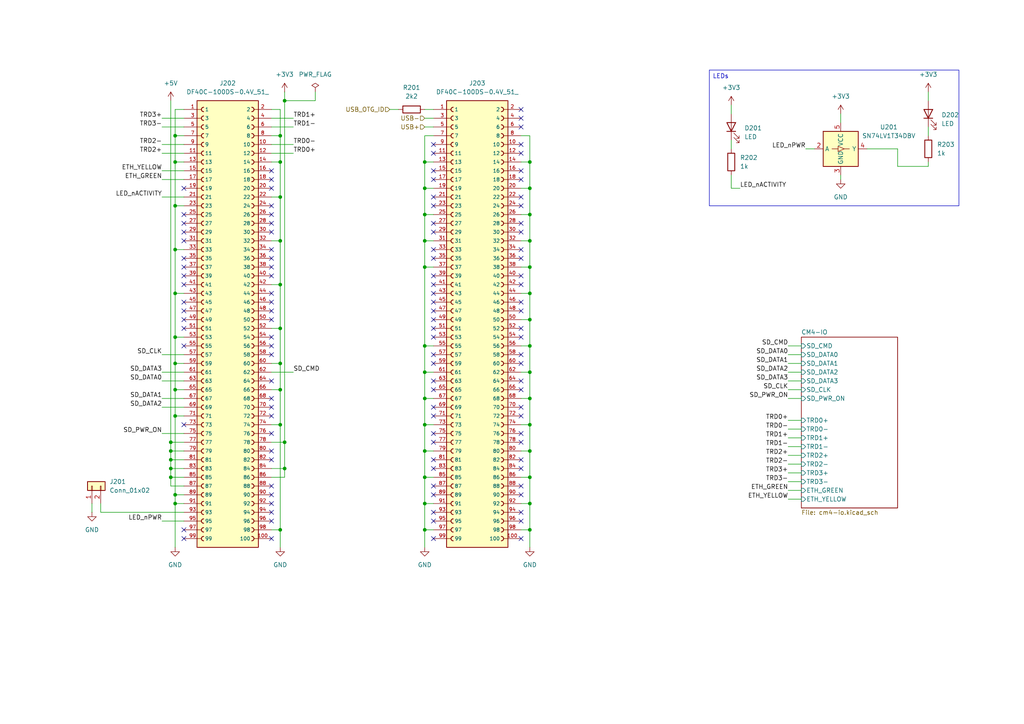
<source format=kicad_sch>
(kicad_sch (version 20231120) (generator "eeschema") (generator_version "8.0")
  (paper "A4")
  (title_block (title "CM4 Board") (rev "<<HASH>>") (company "Amateurfunkclub für Remote Stationen"))
  (lib_symbols
    (symbol "Connector_Generic:Conn_01x02" (pin_names (offset 1.016) hide)
      (property "Reference" "J" (at 0 2.54 0))
      (property "Value" "Conn_01x02" (at 0 -5.08 0))
      (symbol "Conn_01x02_1_1"
        (rectangle (start -1.27 -2.413) (end 0 -2.667) (stroke (width 0.1524)))
        (rectangle (start -1.27 0.127) (end 0 -0.127) (stroke (width 0.1524)))
        (rectangle (start -1.27 1.27) (end 1.27 -3.81) (stroke (width 0.254)) (fill (type background)))
        (pin passive line (at -5.08 0 0) (length 3.81) (name "Pin_1") (number "1"))
        (pin passive line (at -5.08 -2.54 0) (length 3.81) (name "Pin_2") (number "2"))
      )
    )
    (symbol "DF40C-100DS-0.4V_51_:DF40C-100DS-0.4V_51_" (pin_names (offset 1.016))
      (property "Reference" "J" (at -8.9083 63.6526 0))
      (property "Value" "DF40C-100DS-0.4V_51_" (at -8.9063 -68.7318 0))
      (symbol "DF40C-100DS-0.4V_51__0_0"
        (rectangle (start -8.89 -66.04) (end 8.89 63.5) (stroke (width 0.254)) (fill (type background)))
        (arc (start -6.985 -62.865) (mid -7.6172 -63.5) (end -6.985 -64.135) (stroke (width 0.254)))
        (arc (start -6.985 -60.325) (mid -7.6172 -60.96) (end -6.985 -61.595) (stroke (width 0.254)))
        (arc (start -6.985 -57.785) (mid -7.6172 -58.42) (end -6.985 -59.055) (stroke (width 0.254)))
        (arc (start -6.985 -55.245) (mid -7.6172 -55.88) (end -6.985 -56.515) (stroke (width 0.254)))
        (arc (start -6.985 -52.705) (mid -7.6172 -53.34) (end -6.985 -53.975) (stroke (width 0.254)))
        (arc (start -6.985 -50.165) (mid -7.6172 -50.8) (end -6.985 -51.435) (stroke (width 0.254)))
        (arc (start -6.985 -47.625) (mid -7.6172 -48.26) (end -6.985 -48.895) (stroke (width 0.254)))
        (arc (start -6.985 -45.085) (mid -7.6172 -45.72) (end -6.985 -46.355) (stroke (width 0.254)))
        (arc (start -6.985 -42.545) (mid -7.6172 -43.18) (end -6.985 -43.815) (stroke (width 0.254)))
        (arc (start -6.985 -40.005) (mid -7.6172 -40.64) (end -6.985 -41.275) (stroke (width 0.254)))
        (arc (start -6.985 -37.465) (mid -7.6172 -38.1) (end -6.985 -38.735) (stroke (width 0.254)))
        (arc (start -6.985 -34.925) (mid -7.6172 -35.56) (end -6.985 -36.195) (stroke (width 0.254)))
        (arc (start -6.985 -32.385) (mid -7.6172 -33.02) (end -6.985 -33.655) (stroke (width 0.254)))
        (arc (start -6.985 -29.845) (mid -7.6172 -30.48) (end -6.985 -31.115) (stroke (width 0.254)))
        (arc (start -6.985 -27.305) (mid -7.6172 -27.94) (end -6.985 -28.575) (stroke (width 0.254)))
        (arc (start -6.985 -24.765) (mid -7.6172 -25.4) (end -6.985 -26.035) (stroke (width 0.254)))
        (arc (start -6.985 -22.225) (mid -7.6172 -22.86) (end -6.985 -23.495) (stroke (width 0.254)))
        (arc (start -6.985 -19.685) (mid -7.6172 -20.32) (end -6.985 -20.955) (stroke (width 0.254)))
        (arc (start -6.985 -17.145) (mid -7.6172 -17.78) (end -6.985 -18.415) (stroke (width 0.254)))
        (arc (start -6.985 -14.605) (mid -7.6172 -15.24) (end -6.985 -15.875) (stroke (width 0.254)))
        (arc (start -6.985 -12.065) (mid -7.6172 -12.7) (end -6.985 -13.335) (stroke (width 0.254)))
        (arc (start -6.985 -9.525) (mid -7.6172 -10.16) (end -6.985 -10.795) (stroke (width 0.254)))
        (arc (start -6.985 -6.985) (mid -7.6172 -7.62) (end -6.985 -8.255) (stroke (width 0.254)))
        (arc (start -6.985 -4.445) (mid -7.6172 -5.08) (end -6.985 -5.715) (stroke (width 0.254)))
        (arc (start -6.985 -1.905) (mid -7.6172 -2.54) (end -6.985 -3.175) (stroke (width 0.254)))
        (arc (start -6.985 0.635) (mid -7.6172 0) (end -6.985 -0.635) (stroke (width 0.254)))
        (arc (start -6.985 3.175) (mid -7.6172 2.54) (end -6.985 1.905) (stroke (width 0.254)))
        (arc (start -6.985 5.715) (mid -7.6172 5.08) (end -6.985 4.445) (stroke (width 0.254)))
        (arc (start -6.985 8.255) (mid -7.6172 7.62) (end -6.985 6.985) (stroke (width 0.254)))
        (arc (start -6.985 10.795) (mid -7.6172 10.16) (end -6.985 9.525) (stroke (width 0.254)))
        (arc (start -6.985 13.335) (mid -7.6172 12.7) (end -6.985 12.065) (stroke (width 0.254)))
        (arc (start -6.985 15.875) (mid -7.6172 15.24) (end -6.985 14.605) (stroke (width 0.254)))
        (arc (start -6.985 18.415) (mid -7.6172 17.78) (end -6.985 17.145) (stroke (width 0.254)))
        (arc (start -6.985 20.955) (mid -7.6172 20.32) (end -6.985 19.685) (stroke (width 0.254)))
        (arc (start -6.985 23.495) (mid -7.6172 22.86) (end -6.985 22.225) (stroke (width 0.254)))
        (arc (start -6.985 26.035) (mid -7.6172 25.4) (end -6.985 24.765) (stroke (width 0.254)))
        (arc (start -6.985 28.575) (mid -7.6172 27.94) (end -6.985 27.305) (stroke (width 0.254)))
        (arc (start -6.985 31.115) (mid -7.6172 30.48) (end -6.985 29.845) (stroke (width 0.254)))
        (arc (start -6.985 33.655) (mid -7.6172 33.02) (end -6.985 32.385) (stroke (width 0.254)))
        (arc (start -6.985 36.195) (mid -7.6172 35.56) (end -6.985 34.925) (stroke (width 0.254)))
        (arc (start -6.985 38.735) (mid -7.6172 38.1) (end -6.985 37.465) (stroke (width 0.254)))
        (arc (start -6.985 41.275) (mid -7.6172 40.64) (end -6.985 40.005) (stroke (width 0.254)))
        (arc (start -6.985 43.815) (mid -7.6172 43.18) (end -6.985 42.545) (stroke (width 0.254)))
        (arc (start -6.985 46.355) (mid -7.6172 45.72) (end -6.985 45.085) (stroke (width 0.254)))
        (arc (start -6.985 48.895) (mid -7.6172 48.26) (end -6.985 47.625) (stroke (width 0.254)))
        (arc (start -6.985 51.435) (mid -7.6172 50.8) (end -6.985 50.165) (stroke (width 0.254)))
        (arc (start -6.985 53.975) (mid -7.6172 53.34) (end -6.985 52.705) (stroke (width 0.254)))
        (arc (start -6.985 56.515) (mid -7.6172 55.88) (end -6.985 55.245) (stroke (width 0.254)))
        (arc (start -6.985 59.055) (mid -7.6172 58.42) (end -6.985 57.785) (stroke (width 0.254)))
        (arc (start -6.985 61.595) (mid -7.6172 60.96) (end -6.985 60.325) (stroke (width 0.254)))
        (arc (start 6.985 -64.135) (mid 7.6172 -63.5) (end 6.985 -62.865) (stroke (width 0.254)))
        (arc (start 6.985 -61.595) (mid 7.6172 -60.96) (end 6.985 -60.325) (stroke (width 0.254)))
        (arc (start 6.985 -59.055) (mid 7.6172 -58.42) (end 6.985 -57.785) (stroke (width 0.254)))
        (arc (start 6.985 -56.515) (mid 7.6172 -55.88) (end 6.985 -55.245) (stroke (width 0.254)))
        (arc (start 6.985 -53.975) (mid 7.6172 -53.34) (end 6.985 -52.705) (stroke (width 0.254)))
        (arc (start 6.985 -51.435) (mid 7.6172 -50.8) (end 6.985 -50.165) (stroke (width 0.254)))
        (arc (start 6.985 -48.895) (mid 7.6172 -48.26) (end 6.985 -47.625) (stroke (width 0.254)))
        (arc (start 6.985 -46.355) (mid 7.6172 -45.72) (end 6.985 -45.085) (stroke (width 0.254)))
        (arc (start 6.985 -43.815) (mid 7.6172 -43.18) (end 6.985 -42.545) (stroke (width 0.254)))
        (arc (start 6.985 -41.275) (mid 7.6172 -40.64) (end 6.985 -40.005) (stroke (width 0.254)))
        (arc (start 6.985 -38.735) (mid 7.6172 -38.1) (end 6.985 -37.465) (stroke (width 0.254)))
        (arc (start 6.985 -36.195) (mid 7.6172 -35.56) (end 6.985 -34.925) (stroke (width 0.254)))
        (arc (start 6.985 -33.655) (mid 7.6172 -33.02) (end 6.985 -32.385) (stroke (width 0.254)))
        (arc (start 6.985 -31.115) (mid 7.6172 -30.48) (end 6.985 -29.845) (stroke (width 0.254)))
        (arc (start 6.985 -28.575) (mid 7.6172 -27.94) (end 6.985 -27.305) (stroke (width 0.254)))
        (arc (start 6.985 -26.035) (mid 7.6172 -25.4) (end 6.985 -24.765) (stroke (width 0.254)))
        (arc (start 6.985 -23.495) (mid 7.6172 -22.86) (end 6.985 -22.225) (stroke (width 0.254)))
        (arc (start 6.985 -20.955) (mid 7.6172 -20.32) (end 6.985 -19.685) (stroke (width 0.254)))
        (arc (start 6.985 -18.415) (mid 7.6172 -17.78) (end 6.985 -17.145) (stroke (width 0.254)))
        (arc (start 6.985 -15.875) (mid 7.6172 -15.24) (end 6.985 -14.605) (stroke (width 0.254)))
        (arc (start 6.985 -13.335) (mid 7.6172 -12.7) (end 6.985 -12.065) (stroke (width 0.254)))
        (arc (start 6.985 -10.795) (mid 7.6172 -10.16) (end 6.985 -9.525) (stroke (width 0.254)))
        (arc (start 6.985 -8.255) (mid 7.6172 -7.62) (end 6.985 -6.985) (stroke (width 0.254)))
        (arc (start 6.985 -5.715) (mid 7.6172 -5.08) (end 6.985 -4.445) (stroke (width 0.254)))
        (arc (start 6.985 -3.175) (mid 7.6172 -2.54) (end 6.985 -1.905) (stroke (width 0.254)))
        (arc (start 6.985 -0.635) (mid 7.6172 0) (end 6.985 0.635) (stroke (width 0.254)))
        (arc (start 6.985 1.905) (mid 7.6172 2.54) (end 6.985 3.175) (stroke (width 0.254)))
        (arc (start 6.985 4.445) (mid 7.6172 5.08) (end 6.985 5.715) (stroke (width 0.254)))
        (arc (start 6.985 6.985) (mid 7.6172 7.62) (end 6.985 8.255) (stroke (width 0.254)))
        (arc (start 6.985 9.525) (mid 7.6172 10.16) (end 6.985 10.795) (stroke (width 0.254)))
        (arc (start 6.985 12.065) (mid 7.6172 12.7) (end 6.985 13.335) (stroke (width 0.254)))
        (arc (start 6.985 14.605) (mid 7.6172 15.24) (end 6.985 15.875) (stroke (width 0.254)))
        (arc (start 6.985 17.145) (mid 7.6172 17.78) (end 6.985 18.415) (stroke (width 0.254)))
        (arc (start 6.985 19.685) (mid 7.6172 20.32) (end 6.985 20.955) (stroke (width 0.254)))
        (arc (start 6.985 22.225) (mid 7.6172 22.86) (end 6.985 23.495) (stroke (width 0.254)))
        (arc (start 6.985 24.765) (mid 7.6172 25.4) (end 6.985 26.035) (stroke (width 0.254)))
        (arc (start 6.985 27.305) (mid 7.6172 27.94) (end 6.985 28.575) (stroke (width 0.254)))
        (arc (start 6.985 29.845) (mid 7.6172 30.48) (end 6.985 31.115) (stroke (width 0.254)))
        (arc (start 6.985 32.385) (mid 7.6172 33.02) (end 6.985 33.655) (stroke (width 0.254)))
        (arc (start 6.985 34.925) (mid 7.6172 35.56) (end 6.985 36.195) (stroke (width 0.254)))
        (arc (start 6.985 37.465) (mid 7.6172 38.1) (end 6.985 38.735) (stroke (width 0.254)))
        (arc (start 6.985 40.005) (mid 7.6172 40.64) (end 6.985 41.275) (stroke (width 0.254)))
        (arc (start 6.985 42.545) (mid 7.6172 43.18) (end 6.985 43.815) (stroke (width 0.254)))
        (arc (start 6.985 45.085) (mid 7.6172 45.72) (end 6.985 46.355) (stroke (width 0.254)))
        (arc (start 6.985 47.625) (mid 7.6172 48.26) (end 6.985 48.895) (stroke (width 0.254)))
        (arc (start 6.985 50.165) (mid 7.6172 50.8) (end 6.985 51.435) (stroke (width 0.254)))
        (arc (start 6.985 52.705) (mid 7.6172 53.34) (end 6.985 53.975) (stroke (width 0.254)))
        (arc (start 6.985 55.245) (mid 7.6172 55.88) (end 6.985 56.515) (stroke (width 0.254)))
        (arc (start 6.985 57.785) (mid 7.6172 58.42) (end 6.985 59.055) (stroke (width 0.254)))
        (arc (start 6.985 60.325) (mid 7.6172 60.96) (end 6.985 61.595) (stroke (width 0.254)))
        (pin passive line (at -12.7 60.96 0) (length 5.08) (name "1") (number "1"))
        (pin passive line (at 12.7 50.8 180) (length 5.08) (name "10") (number "10"))
        (pin passive line (at 12.7 -63.5 180) (length 5.08) (name "100") (number "100"))
        (pin passive line (at -12.7 48.26 0) (length 5.08) (name "11") (number "11"))
        (pin passive line (at 12.7 48.26 180) (length 5.08) (name "12") (number "12"))
        (pin passive line (at -12.7 45.72 0) (length 5.08) (name "13") (number "13"))
        (pin passive line (at 12.7 45.72 180) (length 5.08) (name "14") (number "14"))
        (pin passive line (at -12.7 43.18 0) (length 5.08) (name "15") (number "15"))
        (pin passive line (at 12.7 43.18 180) (length 5.08) (name "16") (number "16"))
        (pin passive line (at -12.7 40.64 0) (length 5.08) (name "17") (number "17"))
        (pin passive line (at 12.7 40.64 180) (length 5.08) (name "18") (number "18"))
        (pin passive line (at -12.7 38.1 0) (length 5.08) (name "19") (number "19"))
        (pin passive line (at 12.7 60.96 180) (length 5.08) (name "2") (number "2"))
        (pin passive line (at 12.7 38.1 180) (length 5.08) (name "20") (number "20"))
        (pin passive line (at -12.7 35.56 0) (length 5.08) (name "21") (number "21"))
        (pin passive line (at 12.7 35.56 180) (length 5.08) (name "22") (number "22"))
        (pin passive line (at -12.7 33.02 0) (length 5.08) (name "23") (number "23"))
        (pin passive line (at 12.7 33.02 180) (length 5.08) (name "24") (number "24"))
        (pin passive line (at -12.7 30.48 0) (length 5.08) (name "25") (number "25"))
        (pin passive line (at 12.7 30.48 180) (length 5.08) (name "26") (number "26"))
        (pin passive line (at -12.7 27.94 0) (length 5.08) (name "27") (number "27"))
        (pin passive line (at 12.7 27.94 180) (length 5.08) (name "28") (number "28"))
        (pin passive line (at -12.7 25.4 0) (length 5.08) (name "29") (number "29"))
        (pin passive line (at -12.7 58.42 0) (length 5.08) (name "3") (number "3"))
        (pin passive line (at 12.7 25.4 180) (length 5.08) (name "30") (number "30"))
        (pin passive line (at -12.7 22.86 0) (length 5.08) (name "31") (number "31"))
        (pin passive line (at 12.7 22.86 180) (length 5.08) (name "32") (number "32"))
        (pin passive line (at -12.7 20.32 0) (length 5.08) (name "33") (number "33"))
        (pin passive line (at 12.7 20.32 180) (length 5.08) (name "34") (number "34"))
        (pin passive line (at -12.7 17.78 0) (length 5.08) (name "35") (number "35"))
        (pin passive line (at 12.7 17.78 180) (length 5.08) (name "36") (number "36"))
        (pin passive line (at -12.7 15.24 0) (length 5.08) (name "37") (number "37"))
        (pin passive line (at 12.7 15.24 180) (length 5.08) (name "38") (number "38"))
        (pin passive line (at -12.7 12.7 0) (length 5.08) (name "39") (number "39"))
        (pin passive line (at 12.7 58.42 180) (length 5.08) (name "4") (number "4"))
        (pin passive line (at 12.7 12.7 180) (length 5.08) (name "40") (number "40"))
        (pin passive line (at -12.7 10.16 0) (length 5.08) (name "41") (number "41"))
        (pin passive line (at 12.7 10.16 180) (length 5.08) (name "42") (number "42"))
        (pin passive line (at -12.7 7.62 0) (length 5.08) (name "43") (number "43"))
        (pin passive line (at 12.7 7.62 180) (length 5.08) (name "44") (number "44"))
        (pin passive line (at -12.7 5.08 0) (length 5.08) (name "45") (number "45"))
        (pin passive line (at 12.7 5.08 180) (length 5.08) (name "46") (number "46"))
        (pin passive line (at -12.7 2.54 0) (length 5.08) (name "47") (number "47"))
        (pin passive line (at 12.7 2.54 180) (length 5.08) (name "48") (number "48"))
        (pin passive line (at -12.7 0 0) (length 5.08) (name "49") (number "49"))
        (pin passive line (at -12.7 55.88 0) (length 5.08) (name "5") (number "5"))
        (pin passive line (at 12.7 0 180) (length 5.08) (name "50") (number "50"))
        (pin passive line (at -12.7 -2.54 0) (length 5.08) (name "51") (number "51"))
        (pin passive line (at 12.7 -2.54 180) (length 5.08) (name "52") (number "52"))
        (pin passive line (at -12.7 -5.08 0) (length 5.08) (name "53") (number "53"))
        (pin passive line (at 12.7 -5.08 180) (length 5.08) (name "54") (number "54"))
        (pin passive line (at -12.7 -7.62 0) (length 5.08) (name "55") (number "55"))
        (pin passive line (at 12.7 -7.62 180) (length 5.08) (name "56") (number "56"))
        (pin passive line (at -12.7 -10.16 0) (length 5.08) (name "57") (number "57"))
        (pin passive line (at 12.7 -10.16 180) (length 5.08) (name "58") (number "58"))
        (pin passive line (at -12.7 -12.7 0) (length 5.08) (name "59") (number "59"))
        (pin passive line (at 12.7 55.88 180) (length 5.08) (name "6") (number "6"))
        (pin passive line (at 12.7 -12.7 180) (length 5.08) (name "60") (number "60"))
        (pin passive line (at -12.7 -15.24 0) (length 5.08) (name "61") (number "61"))
        (pin passive line (at 12.7 -15.24 180) (length 5.08) (name "62") (number "62"))
        (pin passive line (at -12.7 -17.78 0) (length 5.08) (name "63") (number "63"))
        (pin passive line (at 12.7 -17.78 180) (length 5.08) (name "64") (number "64"))
        (pin passive line (at -12.7 -20.32 0) (length 5.08) (name "65") (number "65"))
        (pin passive line (at 12.7 -20.32 180) (length 5.08) (name "66") (number "66"))
        (pin passive line (at -12.7 -22.86 0) (length 5.08) (name "67") (number "67"))
        (pin passive line (at 12.7 -22.86 180) (length 5.08) (name "68") (number "68"))
        (pin passive line (at -12.7 -25.4 0) (length 5.08) (name "69") (number "69"))
        (pin passive line (at -12.7 53.34 0) (length 5.08) (name "7") (number "7"))
        (pin passive line (at 12.7 -25.4 180) (length 5.08) (name "70") (number "70"))
        (pin passive line (at -12.7 -27.94 0) (length 5.08) (name "71") (number "71"))
        (pin passive line (at 12.7 -27.94 180) (length 5.08) (name "72") (number "72"))
        (pin passive line (at -12.7 -30.48 0) (length 5.08) (name "73") (number "73"))
        (pin passive line (at 12.7 -30.48 180) (length 5.08) (name "74") (number "74"))
        (pin passive line (at -12.7 -33.02 0) (length 5.08) (name "75") (number "75"))
        (pin passive line (at 12.7 -33.02 180) (length 5.08) (name "76") (number "76"))
        (pin passive line (at -12.7 -35.56 0) (length 5.08) (name "77") (number "77"))
        (pin passive line (at 12.7 -35.56 180) (length 5.08) (name "78") (number "78"))
        (pin passive line (at -12.7 -38.1 0) (length 5.08) (name "79") (number "79"))
        (pin passive line (at 12.7 53.34 180) (length 5.08) (name "8") (number "8"))
        (pin passive line (at 12.7 -38.1 180) (length 5.08) (name "80") (number "80"))
        (pin passive line (at -12.7 -40.64 0) (length 5.08) (name "81") (number "81"))
        (pin passive line (at 12.7 -40.64 180) (length 5.08) (name "82") (number "82"))
        (pin passive line (at -12.7 -43.18 0) (length 5.08) (name "83") (number "83"))
        (pin passive line (at 12.7 -43.18 180) (length 5.08) (name "84") (number "84"))
        (pin passive line (at -12.7 -45.72 0) (length 5.08) (name "85") (number "85"))
        (pin passive line (at 12.7 -45.72 180) (length 5.08) (name "86") (number "86"))
        (pin passive line (at -12.7 -48.26 0) (length 5.08) (name "87") (number "87"))
        (pin passive line (at 12.7 -48.26 180) (length 5.08) (name "88") (number "88"))
        (pin passive line (at -12.7 -50.8 0) (length 5.08) (name "89") (number "89"))
        (pin passive line (at -12.7 50.8 0) (length 5.08) (name "9") (number "9"))
        (pin passive line (at 12.7 -50.8 180) (length 5.08) (name "90") (number "90"))
        (pin passive line (at -12.7 -53.34 0) (length 5.08) (name "91") (number "91"))
        (pin passive line (at 12.7 -53.34 180) (length 5.08) (name "92") (number "92"))
        (pin passive line (at -12.7 -55.88 0) (length 5.08) (name "93") (number "93"))
        (pin passive line (at 12.7 -55.88 180) (length 5.08) (name "94") (number "94"))
        (pin passive line (at -12.7 -58.42 0) (length 5.08) (name "95") (number "95"))
        (pin passive line (at 12.7 -58.42 180) (length 5.08) (name "96") (number "96"))
        (pin passive line (at -12.7 -60.96 0) (length 5.08) (name "97") (number "97"))
        (pin passive line (at 12.7 -60.96 180) (length 5.08) (name "98") (number "98"))
        (pin passive line (at -12.7 -63.5 0) (length 5.08) (name "99") (number "99"))
      )
    )
    (symbol "Device:LED" (pin_numbers hide) (pin_names (offset 1.016) hide)
      (property "Reference" "D" (at 0 2.54 0))
      (property "Value" "LED" (at 0 -2.54 0))
      (symbol "LED_0_1"
        (polyline (pts (xy -1.27 -1.27) (xy -1.27 1.27)) (stroke (width 0.254)))
        (polyline (pts (xy -1.27 0) (xy 1.27 0)))
        (polyline (pts (xy 1.27 -1.27) (xy 1.27 1.27) (xy -1.27 0) (xy 1.27 -1.27)) (stroke (width 0.254)))
        (polyline (pts (xy -3.048 -0.762) (xy -4.572 -2.286) (xy -3.81 -2.286) (xy -4.572 -2.286) (xy -4.572 -1.524)))
        (polyline (pts (xy -1.778 -0.762) (xy -3.302 -2.286) (xy -2.54 -2.286) (xy -3.302 -2.286) (xy -3.302 -1.524)))
      )
      (symbol "LED_1_1"
        (pin passive line (at -3.81 0 0) (length 2.54) (name "K") (number "1"))
        (pin passive line (at 3.81 0 180) (length 2.54) (name "A") (number "2"))
      )
    )
    (symbol "Device:R" (pin_numbers hide) (pin_names (offset 0))
      (property "Reference" "R" (at 2.032 0 90))
      (property "Value" "R" (at 0 0 90))
      (symbol "R_0_1"
        (rectangle (start -1.016 -2.54) (end 1.016 2.54) (stroke (width 0.254)))
      )
      (symbol "R_1_1"
        (pin passive line (at 0 3.81 270) (length 1.27) (name "~") (number "1"))
        (pin passive line (at 0 -3.81 90) (length 1.27) (name "~") (number "2"))
      )
    )
    (symbol "Logic_LevelTranslator:SN74LV1T34DBV"
      (property "Reference" "U" (at 5.08 6.35 0))
      (property "Value" "SN74LV1T34DBV" (at 5.08 3.81 0))
      (symbol "SN74LV1T34DBV_0_1"
        (rectangle (start -5.08 5.08) (end 5.08 -5.08) (stroke (width 0.254)) (fill (type background)))
        (polyline (pts (xy -0.762 0) (xy -2.54 0)))
        (polyline (pts (xy 1.016 0) (xy 2.54 0)))
      )
      (symbol "SN74LV1T34DBV_1_1"
        (polyline (pts (xy -0.762 -0.762) (xy -0.762 0.762) (xy 1.016 0) (xy -0.762 -0.762)))
        (pin no_connect line (at -5.08 2.54 0) (length 2.54) hide (name "NC") (number "1"))
        (pin input line (at -7.62 0 0) (length 2.54) (name "A") (number "2"))
        (pin power_in line (at 0 -7.62 90) (length 2.54) (name "GND") (number "3"))
        (pin output line (at 7.62 0 180) (length 2.54) (name "Y") (number "4"))
        (pin power_in line (at 0 7.62 270) (length 2.54) (name "VCC") (number "5"))
      )
    )
    (symbol "power:+3V3" (power) (pin_numbers hide) (pin_names (offset 0) hide)
      (property "Value" "+3V3" (at 0 3.556 0))
      (symbol "+3V3_0_1"
        (polyline (pts (xy -0.762 1.27) (xy 0 2.54)))
        (polyline (pts (xy 0 0) (xy 0 2.54)))
        (polyline (pts (xy 0 2.54) (xy 0.762 1.27)))
      )
      (symbol "+3V3_1_1"
        (pin power_in line (at 0 0 90) (length 0) (name "~") (number "1"))
      )
    )
    (symbol "power:+5V" (power) (pin_numbers hide) (pin_names (offset 0) hide)
      (property "Value" "+5V" (at 0 3.556 0))
      (symbol "+5V_0_1"
        (polyline (pts (xy -0.762 1.27) (xy 0 2.54)))
        (polyline (pts (xy 0 0) (xy 0 2.54)))
        (polyline (pts (xy 0 2.54) (xy 0.762 1.27)))
      )
      (symbol "+5V_1_1"
        (pin power_in line (at 0 0 90) (length 0) (name "~") (number "1"))
      )
    )
    (symbol "power:GND" (power) (pin_numbers hide) (pin_names (offset 0) hide)
      (property "Value" "GND" (at 0 -3.81 0))
      (symbol "GND_0_1"
        (polyline (pts (xy 0 0) (xy 0 -1.27) (xy 1.27 -1.27) (xy 0 -2.54) (xy -1.27 -1.27) (xy 0 -1.27)))
      )
      (symbol "GND_1_1"
        (pin power_in line (at 0 0 270) (length 0) (name "~") (number "1"))
      )
    )
    (symbol "power:PWR_FLAG" (power) (pin_numbers hide) (pin_names (offset 0) hide)
      (property "Value" "PWR_FLAG" (at 0 3.81 0))
      (symbol "PWR_FLAG_0_0"
        (pin power_out line (at 0 0 90) (length 0) (name "~") (number "1"))
      )
      (symbol "PWR_FLAG_0_1"
        (polyline (pts (xy 0 0) (xy 0 1.27) (xy -1.016 1.905) (xy 0 2.54) (xy 1.016 1.905) (xy 0 1.27)))
      )
    )
  )
  (junction (at 153.67 100.33))
  (junction (at 123.19 130.81))
  (junction (at 82.55 128.27))
  (junction (at 153.67 92.71))
  (junction (at 49.53 128.27))
  (junction (at 50.8 105.41))
  (junction (at 123.19 100.33))
  (junction (at 81.28 46.99))
  (junction (at 153.67 85.09))
  (junction (at 49.53 130.81))
  (junction (at 50.8 59.69))
  (junction (at 49.53 135.89))
  (junction (at 50.8 85.09))
  (junction (at 50.8 46.99))
  (junction (at 153.67 77.47))
  (junction (at 153.67 62.23))
  (junction (at 82.55 135.89))
  (junction (at 153.67 69.85))
  (junction (at 81.28 57.15))
  (junction (at 153.67 153.67))
  (junction (at 123.19 69.85))
  (junction (at 81.28 113.03))
  (junction (at 81.28 39.37))
  (junction (at 50.8 120.65))
  (junction (at 123.19 54.61))
  (junction (at 123.19 46.99))
  (junction (at 81.28 123.19))
  (junction (at 82.55 29.21))
  (junction (at 81.28 153.67))
  (junction (at 153.67 46.99))
  (junction (at 50.8 97.79))
  (junction (at 49.53 133.35))
  (junction (at 81.28 105.41))
  (junction (at 153.67 130.81))
  (junction (at 123.19 123.19))
  (junction (at 153.67 115.57))
  (junction (at 81.28 82.55))
  (junction (at 50.8 146.05))
  (junction (at 50.8 113.03))
  (junction (at 123.19 115.57))
  (junction (at 123.19 146.05))
  (junction (at 50.8 72.39))
  (junction (at 81.28 95.25))
  (junction (at 123.19 62.23))
  (junction (at 81.28 69.85))
  (junction (at 123.19 77.47))
  (junction (at 153.67 146.05))
  (junction (at 123.19 107.95))
  (junction (at 153.67 123.19))
  (junction (at 50.8 39.37))
  (junction (at 123.19 153.67))
  (junction (at 153.67 107.95))
  (junction (at 153.67 138.43))
  (junction (at 49.53 138.43))
  (junction (at 153.67 54.61))
  (junction (at 123.19 138.43))
  (junction (at 50.8 143.51))
  (no_connect (at 125.73 87.63))
  (no_connect (at 151.13 80.01))
  (no_connect (at 78.74 74.93))
  (no_connect (at 151.13 105.41))
  (no_connect (at 53.34 77.47))
  (no_connect (at 151.13 113.03))
  (no_connect (at 78.74 67.31))
  (no_connect (at 53.34 153.67))
  (no_connect (at 78.74 85.09))
  (no_connect (at 53.34 156.21))
  (no_connect (at 53.34 90.17))
  (no_connect (at 53.34 82.55))
  (no_connect (at 125.73 41.91))
  (no_connect (at 53.34 92.71))
  (no_connect (at 78.74 52.07))
  (no_connect (at 125.73 113.03))
  (no_connect (at 78.74 125.73))
  (no_connect (at 151.13 31.75))
  (no_connect (at 125.73 57.15))
  (no_connect (at 125.73 64.77))
  (no_connect (at 125.73 52.07))
  (no_connect (at 78.74 143.51))
  (no_connect (at 151.13 64.77))
  (no_connect (at 78.74 62.23))
  (no_connect (at 53.34 95.25))
  (no_connect (at 78.74 120.65))
  (no_connect (at 151.13 128.27))
  (no_connect (at 78.74 90.17))
  (no_connect (at 53.34 123.19))
  (no_connect (at 78.74 146.05))
  (no_connect (at 151.13 59.69))
  (no_connect (at 78.74 102.87))
  (no_connect (at 151.13 143.51))
  (no_connect (at 125.73 118.11))
  (no_connect (at 78.74 156.21))
  (no_connect (at 151.13 74.93))
  (no_connect (at 78.74 133.35))
  (no_connect (at 151.13 148.59))
  (no_connect (at 78.74 130.81))
  (no_connect (at 125.73 133.35))
  (no_connect (at 151.13 90.17))
  (no_connect (at 125.73 90.17))
  (no_connect (at 78.74 72.39))
  (no_connect (at 125.73 105.41))
  (no_connect (at 151.13 102.87))
  (no_connect (at 125.73 85.09))
  (no_connect (at 125.73 102.87))
  (no_connect (at 151.13 87.63))
  (no_connect (at 78.74 49.53))
  (no_connect (at 78.74 118.11))
  (no_connect (at 125.73 95.25))
  (no_connect (at 125.73 156.21))
  (no_connect (at 151.13 49.53))
  (no_connect (at 125.73 80.01))
  (no_connect (at 151.13 120.65))
  (no_connect (at 125.73 72.39))
  (no_connect (at 151.13 82.55))
  (no_connect (at 78.74 148.59))
  (no_connect (at 78.74 64.77))
  (no_connect (at 78.74 87.63))
  (no_connect (at 125.73 92.71))
  (no_connect (at 78.74 97.79))
  (no_connect (at 125.73 128.27))
  (no_connect (at 125.73 148.59))
  (no_connect (at 125.73 44.45))
  (no_connect (at 151.13 57.15))
  (no_connect (at 151.13 151.13))
  (no_connect (at 125.73 97.79))
  (no_connect (at 151.13 118.11))
  (no_connect (at 78.74 115.57))
  (no_connect (at 125.73 74.93))
  (no_connect (at 53.34 62.23))
  (no_connect (at 53.34 80.01))
  (no_connect (at 125.73 125.73))
  (no_connect (at 53.34 87.63))
  (no_connect (at 125.73 151.13))
  (no_connect (at 78.74 59.69))
  (no_connect (at 125.73 140.97))
  (no_connect (at 151.13 133.35))
  (no_connect (at 53.34 100.33))
  (no_connect (at 53.34 67.31))
  (no_connect (at 125.73 67.31))
  (no_connect (at 151.13 135.89))
  (no_connect (at 125.73 49.53))
  (no_connect (at 125.73 59.69))
  (no_connect (at 125.73 143.51))
  (no_connect (at 125.73 82.55))
  (no_connect (at 53.34 64.77))
  (no_connect (at 151.13 44.45))
  (no_connect (at 151.13 41.91))
  (no_connect (at 151.13 140.97))
  (no_connect (at 78.74 140.97))
  (no_connect (at 151.13 110.49))
  (no_connect (at 151.13 34.29))
  (no_connect (at 151.13 67.31))
  (no_connect (at 78.74 100.33))
  (no_connect (at 151.13 156.21))
  (no_connect (at 78.74 92.71))
  (no_connect (at 78.74 77.47))
  (no_connect (at 151.13 52.07))
  (no_connect (at 78.74 151.13))
  (no_connect (at 125.73 135.89))
  (no_connect (at 53.34 74.93))
  (no_connect (at 125.73 110.49))
  (no_connect (at 53.34 69.85))
  (no_connect (at 78.74 54.61))
  (no_connect (at 151.13 95.25))
  (no_connect (at 125.73 120.65))
  (no_connect (at 151.13 97.79))
  (no_connect (at 151.13 72.39))
  (no_connect (at 78.74 80.01))
  (no_connect (at 151.13 125.73))
  (no_connect (at 53.34 54.61))
  (no_connect (at 78.74 110.49))
  (no_connect (at 151.13 36.83))
  (wire (pts (xy 78.74 34.29) (xy 85.09 34.29)))
  (wire (pts (xy 151.13 77.47) (xy 153.67 77.47)))
  (wire (pts (xy 153.67 77.47) (xy 153.67 85.09)))
  (wire (pts (xy 81.28 57.15) (xy 81.28 69.85)))
  (wire (pts (xy 153.67 153.67) (xy 153.67 158.75)))
  (wire (pts (xy 81.28 46.99) (xy 81.28 57.15)))
  (wire (pts (xy 78.74 44.45) (xy 85.09 44.45)))
  (wire (pts (xy 153.67 130.81) (xy 153.67 138.43)))
  (wire (pts (xy 243.84 50.8) (xy 243.84 52.07)))
  (wire (pts (xy 50.8 46.99) (xy 50.8 59.69)))
  (wire (pts (xy 153.67 146.05) (xy 153.67 153.67)))
  (wire (pts (xy 113.03 31.75) (xy 115.57 31.75)))
  (wire (pts (xy 46.99 151.13) (xy 53.34 151.13)))
  (wire (pts (xy 151.13 146.05) (xy 153.67 146.05)))
  (wire (pts (xy 123.19 54.61) (xy 125.73 54.61)))
  (wire (pts (xy 49.53 130.81) (xy 49.53 133.35)))
  (wire (pts (xy 123.19 107.95) (xy 125.73 107.95)))
  (wire (pts (xy 81.28 39.37) (xy 81.28 46.99)))
  (wire (pts (xy 50.8 59.69) (xy 50.8 72.39)))
  (wire (pts (xy 212.09 54.61) (xy 212.09 50.8)))
  (wire (pts (xy 50.8 120.65) (xy 50.8 143.51)))
  (wire (pts (xy 151.13 46.99) (xy 153.67 46.99)))
  (wire (pts (xy 81.28 153.67) (xy 81.28 158.75)))
  (wire (pts (xy 49.53 133.35) (xy 53.34 133.35)))
  (wire (pts (xy 78.74 105.41) (xy 81.28 105.41)))
  (wire (pts (xy 82.55 138.43) (xy 82.55 135.89)))
  (wire (pts (xy 78.74 82.55) (xy 81.28 82.55)))
  (wire (pts (xy 228.6 134.62) (xy 232.41 134.62)))
  (wire (pts (xy 123.19 39.37) (xy 125.73 39.37)))
  (wire (pts (xy 78.74 107.95) (xy 85.09 107.95)))
  (wire (pts (xy 50.8 72.39) (xy 50.8 85.09)))
  (wire (pts (xy 123.19 31.75) (xy 125.73 31.75)))
  (wire (pts (xy 151.13 115.57) (xy 153.67 115.57)))
  (wire (pts (xy 78.74 95.25) (xy 81.28 95.25)))
  (wire (pts (xy 50.8 85.09) (xy 53.34 85.09)))
  (wire (pts (xy 81.28 113.03) (xy 81.28 123.19)))
  (wire (pts (xy 123.19 36.83) (xy 125.73 36.83)))
  (wire (pts (xy 78.74 46.99) (xy 81.28 46.99)))
  (wire (pts (xy 50.8 97.79) (xy 50.8 105.41)))
  (wire (pts (xy 46.99 49.53) (xy 53.34 49.53)))
  (wire (pts (xy 81.28 123.19) (xy 81.28 153.67)))
  (wire (pts (xy 49.53 128.27) (xy 49.53 130.81)))
  (wire (pts (xy 123.19 123.19) (xy 123.19 130.81)))
  (wire (pts (xy 214.63 54.61) (xy 212.09 54.61)))
  (wire (pts (xy 91.44 26.67) (xy 91.44 29.21)))
  (wire (pts (xy 123.19 153.67) (xy 123.19 158.75)))
  (wire (pts (xy 78.74 128.27) (xy 82.55 128.27)))
  (wire (pts (xy 123.19 54.61) (xy 123.19 62.23)))
  (wire (pts (xy 269.24 26.67) (xy 269.24 29.21)))
  (wire (pts (xy 123.19 46.99) (xy 123.19 54.61)))
  (wire (pts (xy 123.19 146.05) (xy 125.73 146.05)))
  (wire (pts (xy 50.8 120.65) (xy 53.34 120.65)))
  (wire (pts (xy 260.35 48.26) (xy 269.24 48.26)))
  (wire (pts (xy 123.19 77.47) (xy 123.19 100.33)))
  (wire (pts (xy 228.6 129.54) (xy 232.41 129.54)))
  (wire (pts (xy 46.99 52.07) (xy 53.34 52.07)))
  (wire (pts (xy 123.19 69.85) (xy 125.73 69.85)))
  (wire (pts (xy 228.6 102.87) (xy 232.41 102.87)))
  (wire (pts (xy 91.44 29.21) (xy 82.55 29.21)))
  (wire (pts (xy 78.74 135.89) (xy 82.55 135.89)))
  (wire (pts (xy 123.19 34.29) (xy 125.73 34.29)))
  (wire (pts (xy 82.55 135.89) (xy 82.55 128.27)))
  (wire (pts (xy 151.13 69.85) (xy 153.67 69.85)))
  (wire (pts (xy 50.8 39.37) (xy 50.8 46.99)))
  (wire (pts (xy 49.53 128.27) (xy 53.34 128.27)))
  (wire (pts (xy 123.19 130.81) (xy 125.73 130.81)))
  (wire (pts (xy 49.53 133.35) (xy 49.53 135.89)))
  (wire (pts (xy 228.6 113.03) (xy 232.41 113.03)))
  (wire (pts (xy 153.67 123.19) (xy 153.67 130.81)))
  (wire (pts (xy 50.8 72.39) (xy 53.34 72.39)))
  (wire (pts (xy 151.13 100.33) (xy 153.67 100.33)))
  (wire (pts (xy 78.74 41.91) (xy 85.09 41.91)))
  (wire (pts (xy 46.99 57.15) (xy 53.34 57.15)))
  (wire (pts (xy 123.19 100.33) (xy 123.19 107.95)))
  (wire (pts (xy 123.19 146.05) (xy 123.19 153.67)))
  (wire (pts (xy 81.28 95.25) (xy 81.28 105.41)))
  (wire (pts (xy 153.67 92.71) (xy 153.67 100.33)))
  (wire (pts (xy 50.8 39.37) (xy 53.34 39.37)))
  (wire (pts (xy 123.19 39.37) (xy 123.19 46.99)))
  (wire (pts (xy 53.34 140.97) (xy 49.53 140.97)))
  (wire (pts (xy 228.6 121.92) (xy 232.41 121.92)))
  (wire (pts (xy 151.13 138.43) (xy 153.67 138.43)))
  (wire (pts (xy 228.6 137.16) (xy 232.41 137.16)))
  (wire (pts (xy 153.67 115.57) (xy 153.67 123.19)))
  (wire (pts (xy 50.8 113.03) (xy 53.34 113.03)))
  (wire (pts (xy 153.67 107.95) (xy 153.67 115.57)))
  (wire (pts (xy 50.8 105.41) (xy 50.8 113.03)))
  (wire (pts (xy 50.8 143.51) (xy 50.8 146.05)))
  (wire (pts (xy 123.19 62.23) (xy 125.73 62.23)))
  (wire (pts (xy 228.6 115.57) (xy 232.41 115.57)))
  (wire (pts (xy 151.13 107.95) (xy 153.67 107.95)))
  (wire (pts (xy 228.6 139.7) (xy 232.41 139.7)))
  (wire (pts (xy 78.74 31.75) (xy 81.28 31.75)))
  (wire (pts (xy 82.55 128.27) (xy 82.55 29.21)))
  (wire (pts (xy 46.99 125.73) (xy 53.34 125.73)))
  (wire (pts (xy 46.99 102.87) (xy 53.34 102.87)))
  (wire (pts (xy 49.53 138.43) (xy 49.53 140.97)))
  (wire (pts (xy 53.34 31.75) (xy 50.8 31.75)))
  (wire (pts (xy 228.6 107.95) (xy 232.41 107.95)))
  (wire (pts (xy 151.13 54.61) (xy 153.67 54.61)))
  (wire (pts (xy 81.28 31.75) (xy 81.28 39.37)))
  (wire (pts (xy 151.13 85.09) (xy 153.67 85.09)))
  (wire (pts (xy 49.53 130.81) (xy 53.34 130.81)))
  (wire (pts (xy 50.8 59.69) (xy 53.34 59.69)))
  (wire (pts (xy 123.19 138.43) (xy 125.73 138.43)))
  (wire (pts (xy 123.19 77.47) (xy 125.73 77.47)))
  (wire (pts (xy 123.19 46.99) (xy 125.73 46.99)))
  (wire (pts (xy 50.8 97.79) (xy 53.34 97.79)))
  (wire (pts (xy 82.55 26.67) (xy 82.55 29.21)))
  (wire (pts (xy 123.19 138.43) (xy 123.19 146.05)))
  (wire (pts (xy 53.34 148.59) (xy 29.21 148.59)))
  (wire (pts (xy 123.19 123.19) (xy 125.73 123.19)))
  (wire (pts (xy 153.67 62.23) (xy 153.67 69.85)))
  (wire (pts (xy 151.13 39.37) (xy 153.67 39.37)))
  (wire (pts (xy 243.84 33.02) (xy 243.84 35.56)))
  (wire (pts (xy 123.19 69.85) (xy 123.19 77.47)))
  (wire (pts (xy 78.74 39.37) (xy 81.28 39.37)))
  (wire (pts (xy 50.8 113.03) (xy 50.8 120.65)))
  (wire (pts (xy 29.21 146.05) (xy 29.21 148.59)))
  (wire (pts (xy 46.99 36.83) (xy 53.34 36.83)))
  (wire (pts (xy 50.8 105.41) (xy 53.34 105.41)))
  (wire (pts (xy 233.68 43.18) (xy 236.22 43.18)))
  (wire (pts (xy 78.74 138.43) (xy 82.55 138.43)))
  (wire (pts (xy 153.67 39.37) (xy 153.67 46.99)))
  (wire (pts (xy 260.35 43.18) (xy 260.35 48.26)))
  (wire (pts (xy 123.19 100.33) (xy 125.73 100.33)))
  (wire (pts (xy 228.6 127) (xy 232.41 127)))
  (wire (pts (xy 123.19 62.23) (xy 123.19 69.85)))
  (wire (pts (xy 228.6 132.08) (xy 232.41 132.08)))
  (wire (pts (xy 49.53 135.89) (xy 49.53 138.43)))
  (wire (pts (xy 46.99 34.29) (xy 53.34 34.29)))
  (wire (pts (xy 26.67 146.05) (xy 26.67 148.59)))
  (wire (pts (xy 78.74 123.19) (xy 81.28 123.19)))
  (wire (pts (xy 123.19 130.81) (xy 123.19 138.43)))
  (wire (pts (xy 153.67 85.09) (xy 153.67 92.71)))
  (wire (pts (xy 50.8 143.51) (xy 53.34 143.51)))
  (wire (pts (xy 123.19 115.57) (xy 123.19 123.19)))
  (wire (pts (xy 153.67 69.85) (xy 153.67 77.47)))
  (wire (pts (xy 46.99 44.45) (xy 53.34 44.45)))
  (wire (pts (xy 228.6 124.46) (xy 232.41 124.46)))
  (wire (pts (xy 228.6 110.49) (xy 232.41 110.49)))
  (wire (pts (xy 46.99 110.49) (xy 53.34 110.49)))
  (wire (pts (xy 151.13 62.23) (xy 153.67 62.23)))
  (wire (pts (xy 46.99 41.91) (xy 53.34 41.91)))
  (wire (pts (xy 228.6 105.41) (xy 232.41 105.41)))
  (wire (pts (xy 81.28 69.85) (xy 81.28 82.55)))
  (wire (pts (xy 50.8 146.05) (xy 50.8 158.75)))
  (wire (pts (xy 212.09 40.64) (xy 212.09 43.18)))
  (wire (pts (xy 50.8 46.99) (xy 53.34 46.99)))
  (wire (pts (xy 81.28 105.41) (xy 81.28 113.03)))
  (wire (pts (xy 151.13 153.67) (xy 153.67 153.67)))
  (wire (pts (xy 78.74 69.85) (xy 81.28 69.85)))
  (wire (pts (xy 212.09 30.48) (xy 212.09 33.02)))
  (wire (pts (xy 269.24 36.83) (xy 269.24 39.37)))
  (wire (pts (xy 153.67 138.43) (xy 153.67 146.05)))
  (wire (pts (xy 50.8 85.09) (xy 50.8 97.79)))
  (wire (pts (xy 151.13 123.19) (xy 153.67 123.19)))
  (wire (pts (xy 78.74 113.03) (xy 81.28 113.03)))
  (wire (pts (xy 123.19 107.95) (xy 123.19 115.57)))
  (wire (pts (xy 251.46 43.18) (xy 260.35 43.18)))
  (wire (pts (xy 151.13 92.71) (xy 153.67 92.71)))
  (wire (pts (xy 151.13 130.81) (xy 153.67 130.81)))
  (wire (pts (xy 153.67 54.61) (xy 153.67 62.23)))
  (wire (pts (xy 78.74 36.83) (xy 85.09 36.83)))
  (wire (pts (xy 46.99 118.11) (xy 53.34 118.11)))
  (wire (pts (xy 49.53 138.43) (xy 53.34 138.43)))
  (wire (pts (xy 123.19 115.57) (xy 125.73 115.57)))
  (wire (pts (xy 49.53 29.21) (xy 49.53 128.27)))
  (wire (pts (xy 153.67 100.33) (xy 153.67 107.95)))
  (wire (pts (xy 269.24 48.26) (xy 269.24 46.99)))
  (wire (pts (xy 153.67 46.99) (xy 153.67 54.61)))
  (wire (pts (xy 78.74 153.67) (xy 81.28 153.67)))
  (wire (pts (xy 50.8 146.05) (xy 53.34 146.05)))
  (wire (pts (xy 123.19 153.67) (xy 125.73 153.67)))
  (wire (pts (xy 228.6 142.24) (xy 232.41 142.24)))
  (wire (pts (xy 228.6 144.78) (xy 232.41 144.78)))
  (wire (pts (xy 50.8 31.75) (xy 50.8 39.37)))
  (wire (pts (xy 46.99 107.95) (xy 53.34 107.95)))
  (wire (pts (xy 228.6 100.33) (xy 232.41 100.33)))
  (wire (pts (xy 49.53 135.89) (xy 53.34 135.89)))
  (wire (pts (xy 81.28 82.55) (xy 81.28 95.25)))
  (wire (pts (xy 78.74 57.15) (xy 81.28 57.15)))
  (wire (pts (xy 46.99 115.57) (xy 53.34 115.57)))
  (text_box "LEDs" (at 205.74 20.32 0) (size 72.39 39.37) (effects (font (size 1.27 1.27)) (justify left top)))
  (label "TRD1-" (at 85.09 36.83 0))
  (label "ETH_YELLOW" (at 46.99 49.53 180))
  (label "LED_nPWR" (at 46.99 151.13 180))
  (label "SD_DATA1" (at 46.99 115.57 180))
  (label "TRD0+" (at 85.09 44.45 0))
  (label "SD_PWR_ON" (at 228.6 115.57 180))
  (label "TRD1+" (at 85.09 34.29 0))
  (label "LED_nACTIVITY" (at 46.99 57.15 180))
  (label "TRD0+" (at 228.6 121.92 180))
  (label "SD_DATA0" (at 228.6 102.87 180))
  (label "SD_CLK" (at 228.6 113.03 180))
  (label "TRD3-" (at 46.99 36.83 180))
  (label "TRD3+" (at 46.99 34.29 180))
  (label "TRD0-" (at 228.6 124.46 180))
  (label "SD_CLK" (at 46.99 102.87 180))
  (label "SD_DATA2" (at 46.99 118.11 180))
  (label "TRD2-" (at 228.6 134.62 180))
  (label "SD_DATA2" (at 228.6 107.95 180))
  (label "SD_DATA3" (at 228.6 110.49 180))
  (label "TRD2-" (at 46.99 41.91 180))
  (label "LED_nACTIVITY" (at 214.63 54.61 0))
  (label "ETH_GREEN" (at 228.6 142.24 180))
  (label "ETH_YELLOW" (at 228.6 144.78 180))
  (label "TRD1-" (at 228.6 129.54 180))
  (label "TRD3+" (at 228.6 137.16 180))
  (label "SD_DATA0" (at 46.99 110.49 180))
  (label "SD_CMD" (at 228.6 100.33 180))
  (label "SD_DATA1" (at 228.6 105.41 180))
  (label "SD_DATA3" (at 46.99 107.95 180))
  (label "TRD2+" (at 46.99 44.45 180))
  (label "TRD0-" (at 85.09 41.91 0))
  (label "TRD2+" (at 228.6 132.08 180))
  (label "LED_nPWR" (at 233.68 43.18 180))
  (label "SD_CMD" (at 85.09 107.95 0))
  (label "TRD3-" (at 228.6 139.7 180))
  (label "ETH_GREEN" (at 46.99 52.07 180))
  (label "TRD1+" (at 228.6 127 180))
  (label "SD_PWR_ON" (at 46.99 125.73 180))
  (hierarchical_label "USB-" (shape input) (at 123.19 34.29 180))
  (hierarchical_label "USB+" (shape input) (at 123.19 36.83 180))
  (hierarchical_label "USB_OTG_ID" (shape input) (at 113.03 31.75 180))
  (symbol (lib_id "Device:R") (at 269.24 43.18 0) (unit 1)
    (property "Reference" "R203" (at 271.78 41.9099 0) (effects (justify left)))
    (property "Value" "1k" (at 271.78 44.4499 0) (effects (justify left)))
    (property "Description" "Resistor" (effects (hide yes)))
  )
  (symbol (lib_id "Device:LED") (at 212.09 36.83 90) (unit 1)
    (property "Reference" "D201" (at 215.9 37.1474 90) (effects (justify right)))
    (property "Value" "LED" (at 215.9 39.6874 90) (effects (justify right)))
    (property "Description" "Light emitting diode" (effects (hide yes)))
  )
  (symbol (lib_id "Device:R") (at 119.38 31.75 90) (unit 1)
    (property "Reference" "R201" (at 119.38 25.4 90))
    (property "Value" "2k2" (at 119.38 27.94 90))
    (property "Description" "Resistor" (effects (hide yes)))
  )
  (symbol (lib_id "power:+3V3") (at 212.09 30.48 0) (unit 1)
    (property "Reference" "#PWR0208" (effects (hide yes)))
    (property "Value" "+3V3" (at 212.09 25.4 0))
    (property "Description" "Power symbol creates a global label with name \"+3V3\"" (effects (hide yes)))
  )
  (symbol (lib_id "power:+3V3") (at 269.24 26.67 0) (unit 1)
    (property "Reference" "#PWR0211" (effects (hide yes)))
    (property "Value" "+3V3" (at 269.24 21.59 0))
    (property "Description" "Power symbol creates a global label with name \"+3V3\"" (effects (hide yes)))
  )
  (symbol (lib_id "DF40C-100DS-0.4V_51_:DF40C-100DS-0.4V_51_") (at 66.04 92.71 0) (unit 1)
    (property "Reference" "J202" (at 66.04 24.13 0))
    (property "Value" "DF40C-100DS-0.4V_51_" (at 66.04 26.67 0))
    (property "Footprint" "DF40C-100DS-0.4V_51_:HIROSE_DF40C-100DS-0.4V_51_" (effects (hide yes)))
    (property "MF" "Hirose" (effects (hide yes)))
    (property "MAXIMUM_PACKAGE_HEIGHT" "1.65mm" (effects (hide yes)))
    (property "Package" "None" (effects (hide yes)))
    (property "Price" "None" (effects (hide yes)))
    (property "Check_prices" "https://www.snapeda.com/parts/DF40C-100DS-0.4V(51)/Hirose/view-part/?ref=eda" (effects (hide yes)))
    (property "STANDARD" "Manufacturer Recommendations" (effects (hide yes)))
    (property "PARTREV" "Oct.1.2023" (effects (hide yes)))
    (property "SnapEDA_Link" "https://www.snapeda.com/parts/DF40C-100DS-0.4V(51)/Hirose/view-part/?ref=snap" (effects (hide yes)))
    (property "MP" "DF40C-100DS-0.4V(51)" (effects (hide yes)))
    (property "Description_1" "100 Position Connector Receptacle, Center Strip Contacts Surface Mount Gold" (effects (hide yes)))
    (property "Availability" "In Stock" (effects (hide yes)))
    (property "MANUFACTURER" "Hirose" (effects (hide yes)))
  )
  (symbol (lib_id "Logic_LevelTranslator:SN74LV1T34DBV") (at 243.84 43.18 0) (unit 1)
    (property "Reference" "U201" (at 257.81 36.8614 0))
    (property "Value" "SN74LV1T34DBV" (at 257.81 39.4014 0))
    (property "Footprint" "Package_TO_SOT_SMD:SOT-23-5" (effects (hide yes)))
    (property "Datasheet" "https://www.ti.com/lit/ds/symlink/sn74lv1t34.pdf" (effects (hide yes)))
    (property "Description" "Single Power Supply, Single Buffer GATE, CMOS Logic, Level Shifter, SOT-23-5" (effects (hide yes)))
  )
  (symbol (lib_id "power:+3V3") (at 243.84 33.02 0) (unit 1)
    (property "Reference" "#PWR0209" (effects (hide yes)))
    (property "Value" "+3V3" (at 243.84 27.94 0))
    (property "Description" "Power symbol creates a global label with name \"+3V3\"" (effects (hide yes)))
  )
  (symbol (lib_id "power:GND") (at 243.84 52.07 0) (unit 1)
    (property "Reference" "#PWR0210" (effects (hide yes)))
    (property "Value" "GND" (at 243.84 57.15 0))
    (property "Description" "Power symbol creates a global label with name \"GND\" , ground" (effects (hide yes)))
  )
  (symbol (lib_id "power:GND") (at 50.8 158.75 0) (unit 1)
    (property "Reference" "#PWR0203" (effects (hide yes)))
    (property "Value" "GND" (at 50.8 163.83 0))
    (property "Description" "Power symbol creates a global label with name \"GND\" , ground" (effects (hide yes)))
  )
  (symbol (lib_id "Device:R") (at 212.09 46.99 0) (unit 1)
    (property "Reference" "R202" (at 214.63 45.7199 0) (effects (justify left)))
    (property "Value" "1k" (at 214.63 48.2599 0) (effects (justify left)))
    (property "Description" "Resistor" (effects (hide yes)))
  )
  (symbol (lib_id "power:+3V3") (at 82.55 26.67 0) (unit 1)
    (property "Reference" "#PWR0205" (effects (hide yes)))
    (property "Value" "+3V3" (at 82.55 21.59 0))
    (property "Description" "Power symbol creates a global label with name \"+3V3\"" (effects (hide yes)))
  )
  (symbol (lib_id "Connector_Generic:Conn_01x02") (at 26.67 140.97 90) (unit 1)
    (property "Reference" "J201" (at 31.75 139.6999 90) (effects (justify right)))
    (property "Value" "Conn_01x02" (at 31.75 142.2399 90) (effects (justify right)))
    (property "Description" "Generic connector, single row, 01x02, script generated (kicad-library-utils/schlib/autogen/connector/)" (effects (hide yes)))
  )
  (symbol (lib_id "power:PWR_FLAG") (at 91.44 26.67 0) (unit 1)
    (property "Reference" "#FLG0201" (effects (hide yes)))
    (property "Value" "PWR_FLAG" (at 91.44 21.59 0))
    (property "Description" "Special symbol for telling ERC where power comes from" (effects (hide yes)))
  )
  (symbol (lib_id "power:+5V") (at 49.53 29.21 0) (unit 1)
    (property "Reference" "#PWR0202" (effects (hide yes)))
    (property "Value" "+5V" (at 49.53 24.13 0))
    (property "Description" "Power symbol creates a global label with name \"+5V\"" (effects (hide yes)))
  )
  (symbol (lib_id "power:GND") (at 123.19 158.75 0) (unit 1)
    (property "Reference" "#PWR0206" (effects (hide yes)))
    (property "Value" "GND" (at 123.19 163.83 0))
    (property "Description" "Power symbol creates a global label with name \"GND\" , ground" (effects (hide yes)))
  )
  (symbol (lib_id "DF40C-100DS-0.4V_51_:DF40C-100DS-0.4V_51_") (at 138.43 92.71 0) (unit 1)
    (property "Reference" "J203" (at 138.43 24.13 0))
    (property "Value" "DF40C-100DS-0.4V_51_" (at 138.43 26.67 0))
    (property "Footprint" "DF40C-100DS-0.4V_51_:HIROSE_DF40C-100DS-0.4V_51_" (effects (hide yes)))
    (property "MF" "Hirose" (effects (hide yes)))
    (property "MAXIMUM_PACKAGE_HEIGHT" "1.65mm" (effects (hide yes)))
    (property "Package" "None" (effects (hide yes)))
    (property "Price" "None" (effects (hide yes)))
    (property "Check_prices" "https://www.snapeda.com/parts/DF40C-100DS-0.4V(51)/Hirose/view-part/?ref=eda" (effects (hide yes)))
    (property "STANDARD" "Manufacturer Recommendations" (effects (hide yes)))
    (property "PARTREV" "Oct.1.2023" (effects (hide yes)))
    (property "SnapEDA_Link" "https://www.snapeda.com/parts/DF40C-100DS-0.4V(51)/Hirose/view-part/?ref=snap" (effects (hide yes)))
    (property "MP" "DF40C-100DS-0.4V(51)" (effects (hide yes)))
    (property "Description_1" "100 Position Connector Receptacle, Center Strip Contacts Surface Mount Gold" (effects (hide yes)))
    (property "Availability" "In Stock" (effects (hide yes)))
    (property "MANUFACTURER" "Hirose" (effects (hide yes)))
  )
  (symbol (lib_id "power:GND") (at 153.67 158.75 0) (unit 1)
    (property "Reference" "#PWR0207" (effects (hide yes)))
    (property "Value" "GND" (at 153.67 163.83 0))
    (property "Description" "Power symbol creates a global label with name \"GND\" , ground" (effects (hide yes)))
  )
  (symbol (lib_id "power:GND") (at 26.67 148.59 0) (unit 1)
    (property "Reference" "#PWR0201" (effects (hide yes)))
    (property "Value" "GND" (at 26.67 153.67 0))
    (property "Description" "Power symbol creates a global label with name \"GND\" , ground" (effects (hide yes)))
  )
  (symbol (lib_id "power:GND") (at 81.28 158.75 0) (unit 1)
    (property "Reference" "#PWR0204" (effects (hide yes)))
    (property "Value" "GND" (at 81.28 163.83 0))
    (property "Description" "Power symbol creates a global label with name \"GND\" , ground" (effects (hide yes)))
  )
  (symbol (lib_id "Device:LED") (at 269.24 33.02 90) (unit 1)
    (property "Reference" "D202" (at 273.05 33.3374 90) (effects (justify right)))
    (property "Value" "LED" (at 273.05 35.8774 90) (effects (justify right)))
    (property "Description" "Light emitting diode" (effects (hide yes)))
  )
  (sheet (at 232.41 97.79) (size 27.94 49.53) (stroke (width 0.1524))
    (property "Sheetname" "CM4-IO" (at 232.41 97.0784 0) (effects (justify left bottom)))
    (property "Sheetfile" "cm4-io.kicad_sch" (at 232.41 147.9046 0) (effects (justify left top)))
    (pin "TRD3+" input (at 232.41 137.16 180))
    (pin "TRD2+" input (at 232.41 132.08 180))
    (pin "SD_DATA2" input (at 232.41 107.95 180))
    (pin "SD_PWR_ON" input (at 232.41 115.57 180))
    (pin "TRD3-" input (at 232.41 139.7 180))
    (pin "TRD0+" input (at 232.41 121.92 180))
    (pin "TRD0-" input (at 232.41 124.46 180))
    (pin "TRD1+" input (at 232.41 127 180))
    (pin "TRD1-" input (at 232.41 129.54 180))
    (pin "TRD2-" input (at 232.41 134.62 180))
    (pin "ETH_GREEN" input (at 232.41 142.24 180))
    (pin "ETH_YELLOW" input (at 232.41 144.78 180))
    (pin "SD_DATA0" input (at 232.41 102.87 180))
    (pin "SD_DATA1" input (at 232.41 105.41 180))
    (pin "SD_DATA3" input (at 232.41 110.49 180))
    (pin "SD_CLK" input (at 232.41 113.03 180))
    (pin "SD_CMD" input (at 232.41 100.33 180))
  )
)
</source>
